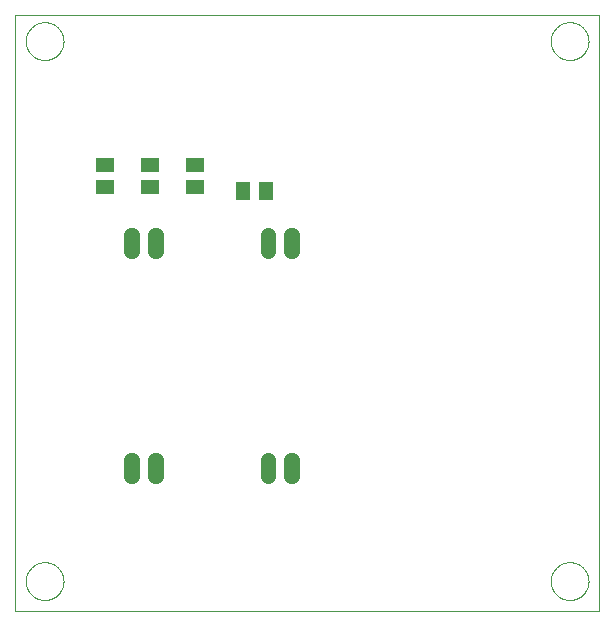
<source format=gbp>
G75*
%MOIN*%
%OFA0B0*%
%FSLAX25Y25*%
%IPPOS*%
%LPD*%
%AMOC8*
5,1,8,0,0,1.08239X$1,22.5*
%
%ADD10C,0.00000*%
%ADD11R,0.05906X0.05118*%
%ADD12C,0.04500*%
%ADD13R,0.05118X0.05906*%
D10*
X0001500Y0006500D02*
X0001500Y0205201D01*
X0196421Y0205201D01*
X0196421Y0006500D01*
X0001500Y0006500D01*
X0005201Y0016500D02*
X0005203Y0016658D01*
X0005209Y0016816D01*
X0005219Y0016974D01*
X0005233Y0017132D01*
X0005251Y0017289D01*
X0005272Y0017446D01*
X0005298Y0017602D01*
X0005328Y0017758D01*
X0005361Y0017913D01*
X0005399Y0018066D01*
X0005440Y0018219D01*
X0005485Y0018371D01*
X0005534Y0018522D01*
X0005587Y0018671D01*
X0005643Y0018819D01*
X0005703Y0018965D01*
X0005767Y0019110D01*
X0005835Y0019253D01*
X0005906Y0019395D01*
X0005980Y0019535D01*
X0006058Y0019672D01*
X0006140Y0019808D01*
X0006224Y0019942D01*
X0006313Y0020073D01*
X0006404Y0020202D01*
X0006499Y0020329D01*
X0006596Y0020454D01*
X0006697Y0020576D01*
X0006801Y0020695D01*
X0006908Y0020812D01*
X0007018Y0020926D01*
X0007131Y0021037D01*
X0007246Y0021146D01*
X0007364Y0021251D01*
X0007485Y0021353D01*
X0007608Y0021453D01*
X0007734Y0021549D01*
X0007862Y0021642D01*
X0007992Y0021732D01*
X0008125Y0021818D01*
X0008260Y0021902D01*
X0008396Y0021981D01*
X0008535Y0022058D01*
X0008676Y0022130D01*
X0008818Y0022200D01*
X0008962Y0022265D01*
X0009108Y0022327D01*
X0009255Y0022385D01*
X0009404Y0022440D01*
X0009554Y0022491D01*
X0009705Y0022538D01*
X0009857Y0022581D01*
X0010010Y0022620D01*
X0010165Y0022656D01*
X0010320Y0022687D01*
X0010476Y0022715D01*
X0010632Y0022739D01*
X0010789Y0022759D01*
X0010947Y0022775D01*
X0011104Y0022787D01*
X0011263Y0022795D01*
X0011421Y0022799D01*
X0011579Y0022799D01*
X0011737Y0022795D01*
X0011896Y0022787D01*
X0012053Y0022775D01*
X0012211Y0022759D01*
X0012368Y0022739D01*
X0012524Y0022715D01*
X0012680Y0022687D01*
X0012835Y0022656D01*
X0012990Y0022620D01*
X0013143Y0022581D01*
X0013295Y0022538D01*
X0013446Y0022491D01*
X0013596Y0022440D01*
X0013745Y0022385D01*
X0013892Y0022327D01*
X0014038Y0022265D01*
X0014182Y0022200D01*
X0014324Y0022130D01*
X0014465Y0022058D01*
X0014604Y0021981D01*
X0014740Y0021902D01*
X0014875Y0021818D01*
X0015008Y0021732D01*
X0015138Y0021642D01*
X0015266Y0021549D01*
X0015392Y0021453D01*
X0015515Y0021353D01*
X0015636Y0021251D01*
X0015754Y0021146D01*
X0015869Y0021037D01*
X0015982Y0020926D01*
X0016092Y0020812D01*
X0016199Y0020695D01*
X0016303Y0020576D01*
X0016404Y0020454D01*
X0016501Y0020329D01*
X0016596Y0020202D01*
X0016687Y0020073D01*
X0016776Y0019942D01*
X0016860Y0019808D01*
X0016942Y0019672D01*
X0017020Y0019535D01*
X0017094Y0019395D01*
X0017165Y0019253D01*
X0017233Y0019110D01*
X0017297Y0018965D01*
X0017357Y0018819D01*
X0017413Y0018671D01*
X0017466Y0018522D01*
X0017515Y0018371D01*
X0017560Y0018219D01*
X0017601Y0018066D01*
X0017639Y0017913D01*
X0017672Y0017758D01*
X0017702Y0017602D01*
X0017728Y0017446D01*
X0017749Y0017289D01*
X0017767Y0017132D01*
X0017781Y0016974D01*
X0017791Y0016816D01*
X0017797Y0016658D01*
X0017799Y0016500D01*
X0017797Y0016342D01*
X0017791Y0016184D01*
X0017781Y0016026D01*
X0017767Y0015868D01*
X0017749Y0015711D01*
X0017728Y0015554D01*
X0017702Y0015398D01*
X0017672Y0015242D01*
X0017639Y0015087D01*
X0017601Y0014934D01*
X0017560Y0014781D01*
X0017515Y0014629D01*
X0017466Y0014478D01*
X0017413Y0014329D01*
X0017357Y0014181D01*
X0017297Y0014035D01*
X0017233Y0013890D01*
X0017165Y0013747D01*
X0017094Y0013605D01*
X0017020Y0013465D01*
X0016942Y0013328D01*
X0016860Y0013192D01*
X0016776Y0013058D01*
X0016687Y0012927D01*
X0016596Y0012798D01*
X0016501Y0012671D01*
X0016404Y0012546D01*
X0016303Y0012424D01*
X0016199Y0012305D01*
X0016092Y0012188D01*
X0015982Y0012074D01*
X0015869Y0011963D01*
X0015754Y0011854D01*
X0015636Y0011749D01*
X0015515Y0011647D01*
X0015392Y0011547D01*
X0015266Y0011451D01*
X0015138Y0011358D01*
X0015008Y0011268D01*
X0014875Y0011182D01*
X0014740Y0011098D01*
X0014604Y0011019D01*
X0014465Y0010942D01*
X0014324Y0010870D01*
X0014182Y0010800D01*
X0014038Y0010735D01*
X0013892Y0010673D01*
X0013745Y0010615D01*
X0013596Y0010560D01*
X0013446Y0010509D01*
X0013295Y0010462D01*
X0013143Y0010419D01*
X0012990Y0010380D01*
X0012835Y0010344D01*
X0012680Y0010313D01*
X0012524Y0010285D01*
X0012368Y0010261D01*
X0012211Y0010241D01*
X0012053Y0010225D01*
X0011896Y0010213D01*
X0011737Y0010205D01*
X0011579Y0010201D01*
X0011421Y0010201D01*
X0011263Y0010205D01*
X0011104Y0010213D01*
X0010947Y0010225D01*
X0010789Y0010241D01*
X0010632Y0010261D01*
X0010476Y0010285D01*
X0010320Y0010313D01*
X0010165Y0010344D01*
X0010010Y0010380D01*
X0009857Y0010419D01*
X0009705Y0010462D01*
X0009554Y0010509D01*
X0009404Y0010560D01*
X0009255Y0010615D01*
X0009108Y0010673D01*
X0008962Y0010735D01*
X0008818Y0010800D01*
X0008676Y0010870D01*
X0008535Y0010942D01*
X0008396Y0011019D01*
X0008260Y0011098D01*
X0008125Y0011182D01*
X0007992Y0011268D01*
X0007862Y0011358D01*
X0007734Y0011451D01*
X0007608Y0011547D01*
X0007485Y0011647D01*
X0007364Y0011749D01*
X0007246Y0011854D01*
X0007131Y0011963D01*
X0007018Y0012074D01*
X0006908Y0012188D01*
X0006801Y0012305D01*
X0006697Y0012424D01*
X0006596Y0012546D01*
X0006499Y0012671D01*
X0006404Y0012798D01*
X0006313Y0012927D01*
X0006224Y0013058D01*
X0006140Y0013192D01*
X0006058Y0013328D01*
X0005980Y0013465D01*
X0005906Y0013605D01*
X0005835Y0013747D01*
X0005767Y0013890D01*
X0005703Y0014035D01*
X0005643Y0014181D01*
X0005587Y0014329D01*
X0005534Y0014478D01*
X0005485Y0014629D01*
X0005440Y0014781D01*
X0005399Y0014934D01*
X0005361Y0015087D01*
X0005328Y0015242D01*
X0005298Y0015398D01*
X0005272Y0015554D01*
X0005251Y0015711D01*
X0005233Y0015868D01*
X0005219Y0016026D01*
X0005209Y0016184D01*
X0005203Y0016342D01*
X0005201Y0016500D01*
X0005201Y0196500D02*
X0005203Y0196658D01*
X0005209Y0196816D01*
X0005219Y0196974D01*
X0005233Y0197132D01*
X0005251Y0197289D01*
X0005272Y0197446D01*
X0005298Y0197602D01*
X0005328Y0197758D01*
X0005361Y0197913D01*
X0005399Y0198066D01*
X0005440Y0198219D01*
X0005485Y0198371D01*
X0005534Y0198522D01*
X0005587Y0198671D01*
X0005643Y0198819D01*
X0005703Y0198965D01*
X0005767Y0199110D01*
X0005835Y0199253D01*
X0005906Y0199395D01*
X0005980Y0199535D01*
X0006058Y0199672D01*
X0006140Y0199808D01*
X0006224Y0199942D01*
X0006313Y0200073D01*
X0006404Y0200202D01*
X0006499Y0200329D01*
X0006596Y0200454D01*
X0006697Y0200576D01*
X0006801Y0200695D01*
X0006908Y0200812D01*
X0007018Y0200926D01*
X0007131Y0201037D01*
X0007246Y0201146D01*
X0007364Y0201251D01*
X0007485Y0201353D01*
X0007608Y0201453D01*
X0007734Y0201549D01*
X0007862Y0201642D01*
X0007992Y0201732D01*
X0008125Y0201818D01*
X0008260Y0201902D01*
X0008396Y0201981D01*
X0008535Y0202058D01*
X0008676Y0202130D01*
X0008818Y0202200D01*
X0008962Y0202265D01*
X0009108Y0202327D01*
X0009255Y0202385D01*
X0009404Y0202440D01*
X0009554Y0202491D01*
X0009705Y0202538D01*
X0009857Y0202581D01*
X0010010Y0202620D01*
X0010165Y0202656D01*
X0010320Y0202687D01*
X0010476Y0202715D01*
X0010632Y0202739D01*
X0010789Y0202759D01*
X0010947Y0202775D01*
X0011104Y0202787D01*
X0011263Y0202795D01*
X0011421Y0202799D01*
X0011579Y0202799D01*
X0011737Y0202795D01*
X0011896Y0202787D01*
X0012053Y0202775D01*
X0012211Y0202759D01*
X0012368Y0202739D01*
X0012524Y0202715D01*
X0012680Y0202687D01*
X0012835Y0202656D01*
X0012990Y0202620D01*
X0013143Y0202581D01*
X0013295Y0202538D01*
X0013446Y0202491D01*
X0013596Y0202440D01*
X0013745Y0202385D01*
X0013892Y0202327D01*
X0014038Y0202265D01*
X0014182Y0202200D01*
X0014324Y0202130D01*
X0014465Y0202058D01*
X0014604Y0201981D01*
X0014740Y0201902D01*
X0014875Y0201818D01*
X0015008Y0201732D01*
X0015138Y0201642D01*
X0015266Y0201549D01*
X0015392Y0201453D01*
X0015515Y0201353D01*
X0015636Y0201251D01*
X0015754Y0201146D01*
X0015869Y0201037D01*
X0015982Y0200926D01*
X0016092Y0200812D01*
X0016199Y0200695D01*
X0016303Y0200576D01*
X0016404Y0200454D01*
X0016501Y0200329D01*
X0016596Y0200202D01*
X0016687Y0200073D01*
X0016776Y0199942D01*
X0016860Y0199808D01*
X0016942Y0199672D01*
X0017020Y0199535D01*
X0017094Y0199395D01*
X0017165Y0199253D01*
X0017233Y0199110D01*
X0017297Y0198965D01*
X0017357Y0198819D01*
X0017413Y0198671D01*
X0017466Y0198522D01*
X0017515Y0198371D01*
X0017560Y0198219D01*
X0017601Y0198066D01*
X0017639Y0197913D01*
X0017672Y0197758D01*
X0017702Y0197602D01*
X0017728Y0197446D01*
X0017749Y0197289D01*
X0017767Y0197132D01*
X0017781Y0196974D01*
X0017791Y0196816D01*
X0017797Y0196658D01*
X0017799Y0196500D01*
X0017797Y0196342D01*
X0017791Y0196184D01*
X0017781Y0196026D01*
X0017767Y0195868D01*
X0017749Y0195711D01*
X0017728Y0195554D01*
X0017702Y0195398D01*
X0017672Y0195242D01*
X0017639Y0195087D01*
X0017601Y0194934D01*
X0017560Y0194781D01*
X0017515Y0194629D01*
X0017466Y0194478D01*
X0017413Y0194329D01*
X0017357Y0194181D01*
X0017297Y0194035D01*
X0017233Y0193890D01*
X0017165Y0193747D01*
X0017094Y0193605D01*
X0017020Y0193465D01*
X0016942Y0193328D01*
X0016860Y0193192D01*
X0016776Y0193058D01*
X0016687Y0192927D01*
X0016596Y0192798D01*
X0016501Y0192671D01*
X0016404Y0192546D01*
X0016303Y0192424D01*
X0016199Y0192305D01*
X0016092Y0192188D01*
X0015982Y0192074D01*
X0015869Y0191963D01*
X0015754Y0191854D01*
X0015636Y0191749D01*
X0015515Y0191647D01*
X0015392Y0191547D01*
X0015266Y0191451D01*
X0015138Y0191358D01*
X0015008Y0191268D01*
X0014875Y0191182D01*
X0014740Y0191098D01*
X0014604Y0191019D01*
X0014465Y0190942D01*
X0014324Y0190870D01*
X0014182Y0190800D01*
X0014038Y0190735D01*
X0013892Y0190673D01*
X0013745Y0190615D01*
X0013596Y0190560D01*
X0013446Y0190509D01*
X0013295Y0190462D01*
X0013143Y0190419D01*
X0012990Y0190380D01*
X0012835Y0190344D01*
X0012680Y0190313D01*
X0012524Y0190285D01*
X0012368Y0190261D01*
X0012211Y0190241D01*
X0012053Y0190225D01*
X0011896Y0190213D01*
X0011737Y0190205D01*
X0011579Y0190201D01*
X0011421Y0190201D01*
X0011263Y0190205D01*
X0011104Y0190213D01*
X0010947Y0190225D01*
X0010789Y0190241D01*
X0010632Y0190261D01*
X0010476Y0190285D01*
X0010320Y0190313D01*
X0010165Y0190344D01*
X0010010Y0190380D01*
X0009857Y0190419D01*
X0009705Y0190462D01*
X0009554Y0190509D01*
X0009404Y0190560D01*
X0009255Y0190615D01*
X0009108Y0190673D01*
X0008962Y0190735D01*
X0008818Y0190800D01*
X0008676Y0190870D01*
X0008535Y0190942D01*
X0008396Y0191019D01*
X0008260Y0191098D01*
X0008125Y0191182D01*
X0007992Y0191268D01*
X0007862Y0191358D01*
X0007734Y0191451D01*
X0007608Y0191547D01*
X0007485Y0191647D01*
X0007364Y0191749D01*
X0007246Y0191854D01*
X0007131Y0191963D01*
X0007018Y0192074D01*
X0006908Y0192188D01*
X0006801Y0192305D01*
X0006697Y0192424D01*
X0006596Y0192546D01*
X0006499Y0192671D01*
X0006404Y0192798D01*
X0006313Y0192927D01*
X0006224Y0193058D01*
X0006140Y0193192D01*
X0006058Y0193328D01*
X0005980Y0193465D01*
X0005906Y0193605D01*
X0005835Y0193747D01*
X0005767Y0193890D01*
X0005703Y0194035D01*
X0005643Y0194181D01*
X0005587Y0194329D01*
X0005534Y0194478D01*
X0005485Y0194629D01*
X0005440Y0194781D01*
X0005399Y0194934D01*
X0005361Y0195087D01*
X0005328Y0195242D01*
X0005298Y0195398D01*
X0005272Y0195554D01*
X0005251Y0195711D01*
X0005233Y0195868D01*
X0005219Y0196026D01*
X0005209Y0196184D01*
X0005203Y0196342D01*
X0005201Y0196500D01*
X0180201Y0196500D02*
X0180203Y0196658D01*
X0180209Y0196816D01*
X0180219Y0196974D01*
X0180233Y0197132D01*
X0180251Y0197289D01*
X0180272Y0197446D01*
X0180298Y0197602D01*
X0180328Y0197758D01*
X0180361Y0197913D01*
X0180399Y0198066D01*
X0180440Y0198219D01*
X0180485Y0198371D01*
X0180534Y0198522D01*
X0180587Y0198671D01*
X0180643Y0198819D01*
X0180703Y0198965D01*
X0180767Y0199110D01*
X0180835Y0199253D01*
X0180906Y0199395D01*
X0180980Y0199535D01*
X0181058Y0199672D01*
X0181140Y0199808D01*
X0181224Y0199942D01*
X0181313Y0200073D01*
X0181404Y0200202D01*
X0181499Y0200329D01*
X0181596Y0200454D01*
X0181697Y0200576D01*
X0181801Y0200695D01*
X0181908Y0200812D01*
X0182018Y0200926D01*
X0182131Y0201037D01*
X0182246Y0201146D01*
X0182364Y0201251D01*
X0182485Y0201353D01*
X0182608Y0201453D01*
X0182734Y0201549D01*
X0182862Y0201642D01*
X0182992Y0201732D01*
X0183125Y0201818D01*
X0183260Y0201902D01*
X0183396Y0201981D01*
X0183535Y0202058D01*
X0183676Y0202130D01*
X0183818Y0202200D01*
X0183962Y0202265D01*
X0184108Y0202327D01*
X0184255Y0202385D01*
X0184404Y0202440D01*
X0184554Y0202491D01*
X0184705Y0202538D01*
X0184857Y0202581D01*
X0185010Y0202620D01*
X0185165Y0202656D01*
X0185320Y0202687D01*
X0185476Y0202715D01*
X0185632Y0202739D01*
X0185789Y0202759D01*
X0185947Y0202775D01*
X0186104Y0202787D01*
X0186263Y0202795D01*
X0186421Y0202799D01*
X0186579Y0202799D01*
X0186737Y0202795D01*
X0186896Y0202787D01*
X0187053Y0202775D01*
X0187211Y0202759D01*
X0187368Y0202739D01*
X0187524Y0202715D01*
X0187680Y0202687D01*
X0187835Y0202656D01*
X0187990Y0202620D01*
X0188143Y0202581D01*
X0188295Y0202538D01*
X0188446Y0202491D01*
X0188596Y0202440D01*
X0188745Y0202385D01*
X0188892Y0202327D01*
X0189038Y0202265D01*
X0189182Y0202200D01*
X0189324Y0202130D01*
X0189465Y0202058D01*
X0189604Y0201981D01*
X0189740Y0201902D01*
X0189875Y0201818D01*
X0190008Y0201732D01*
X0190138Y0201642D01*
X0190266Y0201549D01*
X0190392Y0201453D01*
X0190515Y0201353D01*
X0190636Y0201251D01*
X0190754Y0201146D01*
X0190869Y0201037D01*
X0190982Y0200926D01*
X0191092Y0200812D01*
X0191199Y0200695D01*
X0191303Y0200576D01*
X0191404Y0200454D01*
X0191501Y0200329D01*
X0191596Y0200202D01*
X0191687Y0200073D01*
X0191776Y0199942D01*
X0191860Y0199808D01*
X0191942Y0199672D01*
X0192020Y0199535D01*
X0192094Y0199395D01*
X0192165Y0199253D01*
X0192233Y0199110D01*
X0192297Y0198965D01*
X0192357Y0198819D01*
X0192413Y0198671D01*
X0192466Y0198522D01*
X0192515Y0198371D01*
X0192560Y0198219D01*
X0192601Y0198066D01*
X0192639Y0197913D01*
X0192672Y0197758D01*
X0192702Y0197602D01*
X0192728Y0197446D01*
X0192749Y0197289D01*
X0192767Y0197132D01*
X0192781Y0196974D01*
X0192791Y0196816D01*
X0192797Y0196658D01*
X0192799Y0196500D01*
X0192797Y0196342D01*
X0192791Y0196184D01*
X0192781Y0196026D01*
X0192767Y0195868D01*
X0192749Y0195711D01*
X0192728Y0195554D01*
X0192702Y0195398D01*
X0192672Y0195242D01*
X0192639Y0195087D01*
X0192601Y0194934D01*
X0192560Y0194781D01*
X0192515Y0194629D01*
X0192466Y0194478D01*
X0192413Y0194329D01*
X0192357Y0194181D01*
X0192297Y0194035D01*
X0192233Y0193890D01*
X0192165Y0193747D01*
X0192094Y0193605D01*
X0192020Y0193465D01*
X0191942Y0193328D01*
X0191860Y0193192D01*
X0191776Y0193058D01*
X0191687Y0192927D01*
X0191596Y0192798D01*
X0191501Y0192671D01*
X0191404Y0192546D01*
X0191303Y0192424D01*
X0191199Y0192305D01*
X0191092Y0192188D01*
X0190982Y0192074D01*
X0190869Y0191963D01*
X0190754Y0191854D01*
X0190636Y0191749D01*
X0190515Y0191647D01*
X0190392Y0191547D01*
X0190266Y0191451D01*
X0190138Y0191358D01*
X0190008Y0191268D01*
X0189875Y0191182D01*
X0189740Y0191098D01*
X0189604Y0191019D01*
X0189465Y0190942D01*
X0189324Y0190870D01*
X0189182Y0190800D01*
X0189038Y0190735D01*
X0188892Y0190673D01*
X0188745Y0190615D01*
X0188596Y0190560D01*
X0188446Y0190509D01*
X0188295Y0190462D01*
X0188143Y0190419D01*
X0187990Y0190380D01*
X0187835Y0190344D01*
X0187680Y0190313D01*
X0187524Y0190285D01*
X0187368Y0190261D01*
X0187211Y0190241D01*
X0187053Y0190225D01*
X0186896Y0190213D01*
X0186737Y0190205D01*
X0186579Y0190201D01*
X0186421Y0190201D01*
X0186263Y0190205D01*
X0186104Y0190213D01*
X0185947Y0190225D01*
X0185789Y0190241D01*
X0185632Y0190261D01*
X0185476Y0190285D01*
X0185320Y0190313D01*
X0185165Y0190344D01*
X0185010Y0190380D01*
X0184857Y0190419D01*
X0184705Y0190462D01*
X0184554Y0190509D01*
X0184404Y0190560D01*
X0184255Y0190615D01*
X0184108Y0190673D01*
X0183962Y0190735D01*
X0183818Y0190800D01*
X0183676Y0190870D01*
X0183535Y0190942D01*
X0183396Y0191019D01*
X0183260Y0191098D01*
X0183125Y0191182D01*
X0182992Y0191268D01*
X0182862Y0191358D01*
X0182734Y0191451D01*
X0182608Y0191547D01*
X0182485Y0191647D01*
X0182364Y0191749D01*
X0182246Y0191854D01*
X0182131Y0191963D01*
X0182018Y0192074D01*
X0181908Y0192188D01*
X0181801Y0192305D01*
X0181697Y0192424D01*
X0181596Y0192546D01*
X0181499Y0192671D01*
X0181404Y0192798D01*
X0181313Y0192927D01*
X0181224Y0193058D01*
X0181140Y0193192D01*
X0181058Y0193328D01*
X0180980Y0193465D01*
X0180906Y0193605D01*
X0180835Y0193747D01*
X0180767Y0193890D01*
X0180703Y0194035D01*
X0180643Y0194181D01*
X0180587Y0194329D01*
X0180534Y0194478D01*
X0180485Y0194629D01*
X0180440Y0194781D01*
X0180399Y0194934D01*
X0180361Y0195087D01*
X0180328Y0195242D01*
X0180298Y0195398D01*
X0180272Y0195554D01*
X0180251Y0195711D01*
X0180233Y0195868D01*
X0180219Y0196026D01*
X0180209Y0196184D01*
X0180203Y0196342D01*
X0180201Y0196500D01*
X0180201Y0016500D02*
X0180203Y0016658D01*
X0180209Y0016816D01*
X0180219Y0016974D01*
X0180233Y0017132D01*
X0180251Y0017289D01*
X0180272Y0017446D01*
X0180298Y0017602D01*
X0180328Y0017758D01*
X0180361Y0017913D01*
X0180399Y0018066D01*
X0180440Y0018219D01*
X0180485Y0018371D01*
X0180534Y0018522D01*
X0180587Y0018671D01*
X0180643Y0018819D01*
X0180703Y0018965D01*
X0180767Y0019110D01*
X0180835Y0019253D01*
X0180906Y0019395D01*
X0180980Y0019535D01*
X0181058Y0019672D01*
X0181140Y0019808D01*
X0181224Y0019942D01*
X0181313Y0020073D01*
X0181404Y0020202D01*
X0181499Y0020329D01*
X0181596Y0020454D01*
X0181697Y0020576D01*
X0181801Y0020695D01*
X0181908Y0020812D01*
X0182018Y0020926D01*
X0182131Y0021037D01*
X0182246Y0021146D01*
X0182364Y0021251D01*
X0182485Y0021353D01*
X0182608Y0021453D01*
X0182734Y0021549D01*
X0182862Y0021642D01*
X0182992Y0021732D01*
X0183125Y0021818D01*
X0183260Y0021902D01*
X0183396Y0021981D01*
X0183535Y0022058D01*
X0183676Y0022130D01*
X0183818Y0022200D01*
X0183962Y0022265D01*
X0184108Y0022327D01*
X0184255Y0022385D01*
X0184404Y0022440D01*
X0184554Y0022491D01*
X0184705Y0022538D01*
X0184857Y0022581D01*
X0185010Y0022620D01*
X0185165Y0022656D01*
X0185320Y0022687D01*
X0185476Y0022715D01*
X0185632Y0022739D01*
X0185789Y0022759D01*
X0185947Y0022775D01*
X0186104Y0022787D01*
X0186263Y0022795D01*
X0186421Y0022799D01*
X0186579Y0022799D01*
X0186737Y0022795D01*
X0186896Y0022787D01*
X0187053Y0022775D01*
X0187211Y0022759D01*
X0187368Y0022739D01*
X0187524Y0022715D01*
X0187680Y0022687D01*
X0187835Y0022656D01*
X0187990Y0022620D01*
X0188143Y0022581D01*
X0188295Y0022538D01*
X0188446Y0022491D01*
X0188596Y0022440D01*
X0188745Y0022385D01*
X0188892Y0022327D01*
X0189038Y0022265D01*
X0189182Y0022200D01*
X0189324Y0022130D01*
X0189465Y0022058D01*
X0189604Y0021981D01*
X0189740Y0021902D01*
X0189875Y0021818D01*
X0190008Y0021732D01*
X0190138Y0021642D01*
X0190266Y0021549D01*
X0190392Y0021453D01*
X0190515Y0021353D01*
X0190636Y0021251D01*
X0190754Y0021146D01*
X0190869Y0021037D01*
X0190982Y0020926D01*
X0191092Y0020812D01*
X0191199Y0020695D01*
X0191303Y0020576D01*
X0191404Y0020454D01*
X0191501Y0020329D01*
X0191596Y0020202D01*
X0191687Y0020073D01*
X0191776Y0019942D01*
X0191860Y0019808D01*
X0191942Y0019672D01*
X0192020Y0019535D01*
X0192094Y0019395D01*
X0192165Y0019253D01*
X0192233Y0019110D01*
X0192297Y0018965D01*
X0192357Y0018819D01*
X0192413Y0018671D01*
X0192466Y0018522D01*
X0192515Y0018371D01*
X0192560Y0018219D01*
X0192601Y0018066D01*
X0192639Y0017913D01*
X0192672Y0017758D01*
X0192702Y0017602D01*
X0192728Y0017446D01*
X0192749Y0017289D01*
X0192767Y0017132D01*
X0192781Y0016974D01*
X0192791Y0016816D01*
X0192797Y0016658D01*
X0192799Y0016500D01*
X0192797Y0016342D01*
X0192791Y0016184D01*
X0192781Y0016026D01*
X0192767Y0015868D01*
X0192749Y0015711D01*
X0192728Y0015554D01*
X0192702Y0015398D01*
X0192672Y0015242D01*
X0192639Y0015087D01*
X0192601Y0014934D01*
X0192560Y0014781D01*
X0192515Y0014629D01*
X0192466Y0014478D01*
X0192413Y0014329D01*
X0192357Y0014181D01*
X0192297Y0014035D01*
X0192233Y0013890D01*
X0192165Y0013747D01*
X0192094Y0013605D01*
X0192020Y0013465D01*
X0191942Y0013328D01*
X0191860Y0013192D01*
X0191776Y0013058D01*
X0191687Y0012927D01*
X0191596Y0012798D01*
X0191501Y0012671D01*
X0191404Y0012546D01*
X0191303Y0012424D01*
X0191199Y0012305D01*
X0191092Y0012188D01*
X0190982Y0012074D01*
X0190869Y0011963D01*
X0190754Y0011854D01*
X0190636Y0011749D01*
X0190515Y0011647D01*
X0190392Y0011547D01*
X0190266Y0011451D01*
X0190138Y0011358D01*
X0190008Y0011268D01*
X0189875Y0011182D01*
X0189740Y0011098D01*
X0189604Y0011019D01*
X0189465Y0010942D01*
X0189324Y0010870D01*
X0189182Y0010800D01*
X0189038Y0010735D01*
X0188892Y0010673D01*
X0188745Y0010615D01*
X0188596Y0010560D01*
X0188446Y0010509D01*
X0188295Y0010462D01*
X0188143Y0010419D01*
X0187990Y0010380D01*
X0187835Y0010344D01*
X0187680Y0010313D01*
X0187524Y0010285D01*
X0187368Y0010261D01*
X0187211Y0010241D01*
X0187053Y0010225D01*
X0186896Y0010213D01*
X0186737Y0010205D01*
X0186579Y0010201D01*
X0186421Y0010201D01*
X0186263Y0010205D01*
X0186104Y0010213D01*
X0185947Y0010225D01*
X0185789Y0010241D01*
X0185632Y0010261D01*
X0185476Y0010285D01*
X0185320Y0010313D01*
X0185165Y0010344D01*
X0185010Y0010380D01*
X0184857Y0010419D01*
X0184705Y0010462D01*
X0184554Y0010509D01*
X0184404Y0010560D01*
X0184255Y0010615D01*
X0184108Y0010673D01*
X0183962Y0010735D01*
X0183818Y0010800D01*
X0183676Y0010870D01*
X0183535Y0010942D01*
X0183396Y0011019D01*
X0183260Y0011098D01*
X0183125Y0011182D01*
X0182992Y0011268D01*
X0182862Y0011358D01*
X0182734Y0011451D01*
X0182608Y0011547D01*
X0182485Y0011647D01*
X0182364Y0011749D01*
X0182246Y0011854D01*
X0182131Y0011963D01*
X0182018Y0012074D01*
X0181908Y0012188D01*
X0181801Y0012305D01*
X0181697Y0012424D01*
X0181596Y0012546D01*
X0181499Y0012671D01*
X0181404Y0012798D01*
X0181313Y0012927D01*
X0181224Y0013058D01*
X0181140Y0013192D01*
X0181058Y0013328D01*
X0180980Y0013465D01*
X0180906Y0013605D01*
X0180835Y0013747D01*
X0180767Y0013890D01*
X0180703Y0014035D01*
X0180643Y0014181D01*
X0180587Y0014329D01*
X0180534Y0014478D01*
X0180485Y0014629D01*
X0180440Y0014781D01*
X0180399Y0014934D01*
X0180361Y0015087D01*
X0180328Y0015242D01*
X0180298Y0015398D01*
X0180272Y0015554D01*
X0180251Y0015711D01*
X0180233Y0015868D01*
X0180219Y0016026D01*
X0180209Y0016184D01*
X0180203Y0016342D01*
X0180201Y0016500D01*
D11*
X0061500Y0147760D03*
X0061500Y0155240D03*
X0046500Y0155240D03*
X0046500Y0147760D03*
X0031500Y0147760D03*
X0031500Y0155240D03*
D12*
X0040950Y0131750D02*
X0040950Y0126250D01*
X0040450Y0126250D01*
X0040450Y0131750D01*
X0040950Y0131750D01*
X0040950Y0130749D02*
X0040450Y0130749D01*
X0048850Y0131750D02*
X0048850Y0126250D01*
X0048350Y0126250D01*
X0048350Y0131750D01*
X0048850Y0131750D01*
X0048850Y0130749D02*
X0048350Y0130749D01*
X0086350Y0131750D02*
X0086350Y0126250D01*
X0085850Y0126250D01*
X0085850Y0131750D01*
X0086350Y0131750D01*
X0086350Y0130749D02*
X0085850Y0130749D01*
X0094250Y0131750D02*
X0094250Y0126250D01*
X0093750Y0126250D01*
X0093750Y0131750D01*
X0094250Y0131750D01*
X0094250Y0130749D02*
X0093750Y0130749D01*
X0094250Y0056750D02*
X0094250Y0051250D01*
X0093750Y0051250D01*
X0093750Y0056750D01*
X0094250Y0056750D01*
X0094250Y0055749D02*
X0093750Y0055749D01*
X0086350Y0056750D02*
X0086350Y0051250D01*
X0085850Y0051250D01*
X0085850Y0056750D01*
X0086350Y0056750D01*
X0086350Y0055749D02*
X0085850Y0055749D01*
X0048850Y0056750D02*
X0048850Y0051250D01*
X0048350Y0051250D01*
X0048350Y0056750D01*
X0048850Y0056750D01*
X0048850Y0055749D02*
X0048350Y0055749D01*
X0040950Y0056750D02*
X0040950Y0051250D01*
X0040450Y0051250D01*
X0040450Y0056750D01*
X0040950Y0056750D01*
X0040950Y0055749D02*
X0040450Y0055749D01*
D13*
X0077760Y0146500D03*
X0085240Y0146500D03*
M02*

</source>
